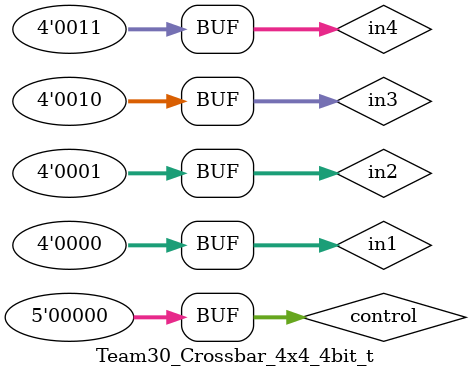
<source format=v>
`timescale 1ns / 1ps


module Team30_Crossbar_4x4_4bit_t();
//I/O signals
reg [4-1:0] in1=4'b0000, in2=4'b0001, in3=4'b0010, in4=4'b0011;
reg [5-1:0] control=5'b00000;
wire [4-1:0] out1, out2, out3, out4;

//test instance
Crossbar_4x4_4bit cross4x4(
    .in1(in1), .in2(in2), 
    .in3(in3), .in4(in4), 
    .out1(out1), .out2(out2),
     .out3(out3), .out4(out4), .control(control));

// uncommment and add "+access+r" to    your nverilog command to dump fsdb waveform on NTHUCAD
// initial begin
//      $fsdbDumpfile("DFF.fsdb");
//      $fsdbDumpvars;
// end

initial begin
    repeat (2**5) begin
        #1 control = control + 1;
        in1 = in1 + 1;
        in2 = in2 + 1;
        in3 = in3 + 1;
        in4 = in4 + 1;
    end
end

endmodule

</source>
